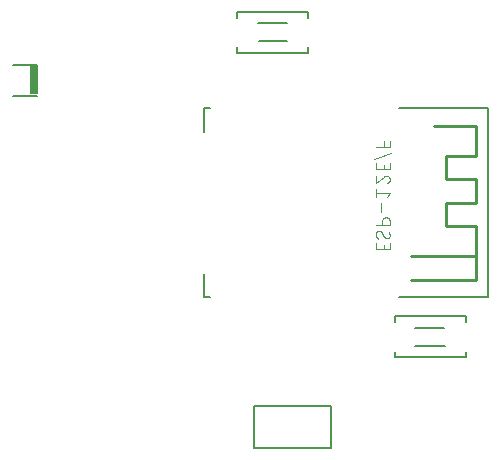
<source format=gbr>
G04 EAGLE Gerber RS-274X export*
G75*
%MOMM*%
%FSLAX34Y34*%
%LPD*%
%INSilkscreen Bottom*%
%IPPOS*%
%AMOC8*
5,1,8,0,0,1.08239X$1,22.5*%
G01*
%ADD10C,0.127000*%
%ADD11C,0.254000*%
%ADD12C,0.101600*%
%ADD13C,0.203200*%
%ADD14R,0.675000X2.450000*%


D10*
X218750Y306780D02*
X218750Y326780D01*
X223750Y326780D01*
X458750Y326780D02*
X458750Y166780D01*
X458750Y326780D02*
X383750Y326780D01*
X383750Y166780D02*
X458750Y166780D01*
X223750Y166780D02*
X218750Y166780D01*
X218750Y186780D01*
D11*
X393750Y181780D02*
X448750Y181780D01*
X448750Y201780D01*
X448750Y226780D01*
X423750Y226780D01*
X423750Y246780D01*
X448750Y246780D01*
X448750Y266780D01*
X423750Y266780D01*
X423750Y286780D01*
X448750Y286780D01*
X448750Y311780D01*
X413750Y311780D01*
X393750Y201780D02*
X448750Y201780D01*
D12*
X364258Y207288D02*
X364258Y212481D01*
X364258Y207288D02*
X375942Y207288D01*
X375942Y212481D01*
X370749Y211183D02*
X370749Y207288D01*
X364258Y220304D02*
X364260Y220403D01*
X364266Y220503D01*
X364275Y220602D01*
X364288Y220700D01*
X364305Y220798D01*
X364326Y220896D01*
X364351Y220992D01*
X364379Y221087D01*
X364411Y221181D01*
X364446Y221274D01*
X364485Y221366D01*
X364528Y221456D01*
X364573Y221544D01*
X364623Y221631D01*
X364675Y221715D01*
X364731Y221798D01*
X364789Y221878D01*
X364851Y221956D01*
X364916Y222031D01*
X364984Y222104D01*
X365054Y222174D01*
X365127Y222242D01*
X365202Y222307D01*
X365280Y222369D01*
X365360Y222427D01*
X365443Y222483D01*
X365527Y222535D01*
X365614Y222585D01*
X365702Y222630D01*
X365792Y222673D01*
X365884Y222712D01*
X365977Y222747D01*
X366071Y222779D01*
X366166Y222807D01*
X366262Y222832D01*
X366360Y222853D01*
X366458Y222870D01*
X366556Y222883D01*
X366655Y222892D01*
X366755Y222898D01*
X366854Y222900D01*
X364258Y220304D02*
X364260Y220160D01*
X364266Y220015D01*
X364275Y219871D01*
X364288Y219728D01*
X364305Y219584D01*
X364326Y219441D01*
X364351Y219299D01*
X364379Y219158D01*
X364411Y219017D01*
X364447Y218877D01*
X364486Y218738D01*
X364529Y218600D01*
X364576Y218464D01*
X364626Y218328D01*
X364680Y218194D01*
X364737Y218062D01*
X364798Y217931D01*
X364862Y217802D01*
X364930Y217674D01*
X365000Y217548D01*
X365075Y217424D01*
X365152Y217303D01*
X365233Y217183D01*
X365316Y217065D01*
X365403Y216950D01*
X365493Y216837D01*
X365586Y216726D01*
X365681Y216618D01*
X365780Y216512D01*
X365881Y216409D01*
X373346Y216734D02*
X373445Y216736D01*
X373545Y216742D01*
X373644Y216751D01*
X373742Y216764D01*
X373840Y216781D01*
X373938Y216802D01*
X374034Y216827D01*
X374129Y216855D01*
X374223Y216887D01*
X374316Y216922D01*
X374408Y216961D01*
X374498Y217004D01*
X374586Y217049D01*
X374673Y217099D01*
X374757Y217151D01*
X374840Y217207D01*
X374920Y217265D01*
X374998Y217327D01*
X375073Y217392D01*
X375146Y217460D01*
X375216Y217530D01*
X375284Y217603D01*
X375349Y217678D01*
X375411Y217756D01*
X375469Y217836D01*
X375525Y217919D01*
X375577Y218003D01*
X375627Y218090D01*
X375672Y218178D01*
X375715Y218268D01*
X375754Y218360D01*
X375789Y218453D01*
X375821Y218547D01*
X375849Y218642D01*
X375874Y218739D01*
X375895Y218836D01*
X375912Y218934D01*
X375925Y219032D01*
X375934Y219131D01*
X375940Y219231D01*
X375942Y219330D01*
X375940Y219466D01*
X375934Y219602D01*
X375925Y219738D01*
X375912Y219874D01*
X375894Y220009D01*
X375874Y220143D01*
X375849Y220277D01*
X375821Y220411D01*
X375788Y220543D01*
X375753Y220674D01*
X375713Y220805D01*
X375670Y220934D01*
X375624Y221062D01*
X375573Y221188D01*
X375520Y221314D01*
X375462Y221437D01*
X375402Y221559D01*
X375338Y221679D01*
X375270Y221798D01*
X375200Y221914D01*
X375126Y222028D01*
X375049Y222141D01*
X374968Y222251D01*
X371074Y218032D02*
X371127Y217946D01*
X371184Y217862D01*
X371243Y217780D01*
X371306Y217700D01*
X371372Y217623D01*
X371440Y217548D01*
X371512Y217476D01*
X371586Y217407D01*
X371663Y217341D01*
X371742Y217278D01*
X371824Y217218D01*
X371908Y217161D01*
X371994Y217107D01*
X372082Y217057D01*
X372172Y217010D01*
X372263Y216966D01*
X372357Y216927D01*
X372451Y216890D01*
X372547Y216858D01*
X372645Y216829D01*
X372743Y216804D01*
X372842Y216783D01*
X372942Y216765D01*
X373042Y216752D01*
X373143Y216742D01*
X373245Y216736D01*
X373346Y216734D01*
X369126Y221603D02*
X369073Y221689D01*
X369016Y221773D01*
X368957Y221855D01*
X368894Y221935D01*
X368828Y222012D01*
X368760Y222087D01*
X368688Y222159D01*
X368614Y222228D01*
X368537Y222294D01*
X368458Y222357D01*
X368376Y222417D01*
X368292Y222474D01*
X368206Y222528D01*
X368118Y222578D01*
X368028Y222625D01*
X367937Y222669D01*
X367843Y222708D01*
X367749Y222745D01*
X367653Y222777D01*
X367555Y222806D01*
X367457Y222831D01*
X367358Y222852D01*
X367258Y222870D01*
X367158Y222883D01*
X367057Y222893D01*
X366955Y222899D01*
X366854Y222901D01*
X369126Y221602D02*
X371074Y218032D01*
X375942Y228009D02*
X364258Y228009D01*
X375942Y228009D02*
X375942Y231254D01*
X375940Y231367D01*
X375934Y231480D01*
X375924Y231593D01*
X375910Y231706D01*
X375893Y231818D01*
X375871Y231929D01*
X375846Y232039D01*
X375816Y232149D01*
X375783Y232257D01*
X375746Y232364D01*
X375706Y232470D01*
X375661Y232574D01*
X375613Y232677D01*
X375562Y232778D01*
X375507Y232877D01*
X375449Y232974D01*
X375387Y233069D01*
X375322Y233162D01*
X375254Y233252D01*
X375183Y233340D01*
X375108Y233426D01*
X375031Y233509D01*
X374951Y233589D01*
X374868Y233666D01*
X374782Y233741D01*
X374694Y233812D01*
X374604Y233880D01*
X374511Y233945D01*
X374416Y234007D01*
X374319Y234065D01*
X374220Y234120D01*
X374119Y234171D01*
X374016Y234219D01*
X373912Y234264D01*
X373806Y234304D01*
X373699Y234341D01*
X373591Y234374D01*
X373481Y234404D01*
X373371Y234429D01*
X373260Y234451D01*
X373148Y234468D01*
X373035Y234482D01*
X372922Y234492D01*
X372809Y234498D01*
X372696Y234500D01*
X372583Y234498D01*
X372470Y234492D01*
X372357Y234482D01*
X372244Y234468D01*
X372132Y234451D01*
X372021Y234429D01*
X371911Y234404D01*
X371801Y234374D01*
X371693Y234341D01*
X371586Y234304D01*
X371480Y234264D01*
X371376Y234219D01*
X371273Y234171D01*
X371172Y234120D01*
X371073Y234065D01*
X370976Y234007D01*
X370881Y233945D01*
X370788Y233880D01*
X370698Y233812D01*
X370610Y233741D01*
X370524Y233666D01*
X370441Y233589D01*
X370361Y233509D01*
X370284Y233426D01*
X370209Y233340D01*
X370138Y233252D01*
X370070Y233162D01*
X370005Y233069D01*
X369943Y232974D01*
X369885Y232877D01*
X369830Y232778D01*
X369779Y232677D01*
X369731Y232574D01*
X369686Y232470D01*
X369646Y232364D01*
X369609Y232257D01*
X369576Y232149D01*
X369546Y232039D01*
X369521Y231929D01*
X369499Y231818D01*
X369482Y231706D01*
X369468Y231593D01*
X369458Y231480D01*
X369452Y231367D01*
X369450Y231254D01*
X369451Y231254D02*
X369451Y228009D01*
X368802Y239001D02*
X368802Y246791D01*
X373346Y251842D02*
X375942Y255088D01*
X364258Y255088D01*
X364258Y258333D02*
X364258Y251842D01*
X375942Y266842D02*
X375940Y266949D01*
X375934Y267055D01*
X375924Y267161D01*
X375911Y267267D01*
X375893Y267373D01*
X375872Y267477D01*
X375847Y267581D01*
X375818Y267684D01*
X375786Y267785D01*
X375749Y267885D01*
X375709Y267984D01*
X375666Y268082D01*
X375619Y268178D01*
X375568Y268272D01*
X375514Y268364D01*
X375457Y268454D01*
X375397Y268542D01*
X375333Y268627D01*
X375266Y268710D01*
X375196Y268791D01*
X375124Y268869D01*
X375048Y268945D01*
X374970Y269017D01*
X374889Y269087D01*
X374806Y269154D01*
X374721Y269218D01*
X374633Y269278D01*
X374543Y269335D01*
X374451Y269389D01*
X374357Y269440D01*
X374261Y269487D01*
X374163Y269530D01*
X374064Y269570D01*
X373964Y269607D01*
X373863Y269639D01*
X373760Y269668D01*
X373656Y269693D01*
X373552Y269714D01*
X373446Y269732D01*
X373340Y269745D01*
X373234Y269755D01*
X373128Y269761D01*
X373021Y269763D01*
X375942Y266842D02*
X375940Y266721D01*
X375934Y266600D01*
X375924Y266480D01*
X375911Y266359D01*
X375893Y266240D01*
X375872Y266120D01*
X375847Y266002D01*
X375818Y265885D01*
X375785Y265768D01*
X375749Y265653D01*
X375708Y265539D01*
X375665Y265426D01*
X375617Y265314D01*
X375566Y265205D01*
X375511Y265097D01*
X375453Y264990D01*
X375392Y264886D01*
X375327Y264784D01*
X375259Y264684D01*
X375188Y264586D01*
X375114Y264490D01*
X375037Y264397D01*
X374956Y264307D01*
X374873Y264219D01*
X374787Y264134D01*
X374698Y264051D01*
X374607Y263972D01*
X374513Y263895D01*
X374417Y263822D01*
X374319Y263752D01*
X374218Y263685D01*
X374115Y263621D01*
X374010Y263561D01*
X373903Y263504D01*
X373795Y263450D01*
X373685Y263400D01*
X373573Y263354D01*
X373460Y263311D01*
X373345Y263272D01*
X370749Y268790D02*
X370826Y268869D01*
X370907Y268945D01*
X370990Y269018D01*
X371075Y269088D01*
X371163Y269155D01*
X371253Y269219D01*
X371345Y269279D01*
X371440Y269336D01*
X371536Y269390D01*
X371634Y269441D01*
X371734Y269488D01*
X371836Y269532D01*
X371939Y269572D01*
X372043Y269608D01*
X372149Y269640D01*
X372255Y269669D01*
X372363Y269694D01*
X372471Y269716D01*
X372581Y269733D01*
X372690Y269747D01*
X372800Y269756D01*
X372911Y269762D01*
X373021Y269764D01*
X370749Y268790D02*
X364258Y263272D01*
X364258Y269763D01*
X364258Y275106D02*
X364258Y280299D01*
X364258Y275106D02*
X375942Y275106D01*
X375942Y280299D01*
X370749Y279001D02*
X370749Y275106D01*
X362960Y284114D02*
X377240Y289307D01*
X375942Y294156D02*
X364258Y294156D01*
X375942Y294156D02*
X375942Y299349D01*
X370749Y299349D02*
X370749Y294156D01*
D13*
X326140Y74930D02*
X326140Y39370D01*
X326140Y74930D02*
X260600Y74930D01*
X260600Y39370D01*
X326140Y39370D01*
X77660Y363520D02*
X57060Y363520D01*
X57060Y337520D02*
X77660Y337520D01*
D14*
X74585Y350520D03*
D13*
X380210Y120850D02*
X380210Y115850D01*
X440210Y115850D01*
X440210Y120850D01*
X440210Y145850D02*
X440210Y150850D01*
X380210Y150850D01*
X380210Y145850D01*
X397710Y125850D02*
X422710Y125850D01*
X422210Y140850D02*
X397710Y140850D01*
X306860Y403660D02*
X306860Y408660D01*
X246860Y408660D01*
X246860Y403660D01*
X246860Y378660D02*
X246860Y373660D01*
X306860Y373660D01*
X306860Y378660D01*
X289360Y398660D02*
X264360Y398660D01*
X264860Y383660D02*
X289360Y383660D01*
M02*

</source>
